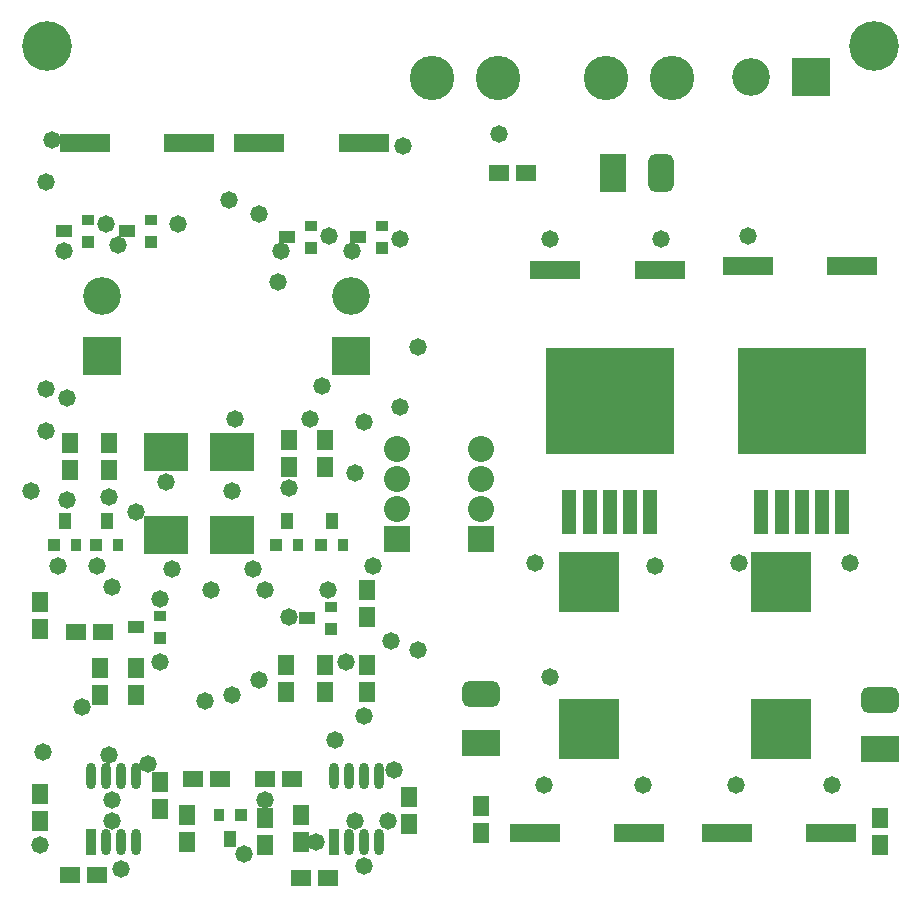
<source format=gts>
G04 Layer_Color=8388736*
%FSLAX25Y25*%
%MOIN*%
G70*
G01*
G75*
%ADD51R,0.05800X0.04400*%
%ADD52R,0.04400X0.04400*%
%ADD53R,0.04400X0.03800*%
%ADD54R,0.05800X0.06800*%
%ADD55R,0.06800X0.05800*%
%ADD56O,0.03200X0.08800*%
%ADD57R,0.03200X0.08800*%
%ADD58R,0.16548X0.06312*%
%ADD59R,0.08674X0.12611*%
G04:AMPARAMS|DCode=60|XSize=126.11mil|YSize=86.74mil|CornerRadius=23.69mil|HoleSize=0mil|Usage=FLASHONLY|Rotation=90.000|XOffset=0mil|YOffset=0mil|HoleType=Round|Shape=RoundedRectangle|*
%AMROUNDEDRECTD60*
21,1,0.12611,0.03937,0,0,90.0*
21,1,0.07874,0.08674,0,0,90.0*
1,1,0.04737,0.01969,0.03937*
1,1,0.04737,0.01969,-0.03937*
1,1,0.04737,-0.01969,-0.03937*
1,1,0.04737,-0.01969,0.03937*
%
%ADD60ROUNDEDRECTD60*%
%ADD61R,0.05000X0.14800*%
%ADD62R,0.42800X0.35800*%
%ADD63R,0.20485X0.20485*%
%ADD64R,0.12611X0.08674*%
G04:AMPARAMS|DCode=65|XSize=126.11mil|YSize=86.74mil|CornerRadius=23.69mil|HoleSize=0mil|Usage=FLASHONLY|Rotation=180.000|XOffset=0mil|YOffset=0mil|HoleType=Round|Shape=RoundedRectangle|*
%AMROUNDEDRECTD65*
21,1,0.12611,0.03937,0,0,180.0*
21,1,0.07874,0.08674,0,0,180.0*
1,1,0.04737,-0.03937,0.01969*
1,1,0.04737,0.03937,0.01969*
1,1,0.04737,0.03937,-0.01969*
1,1,0.04737,-0.03937,-0.01969*
%
%ADD65ROUNDEDRECTD65*%
%ADD66R,0.14579X0.12611*%
%ADD67R,0.04400X0.05800*%
%ADD68R,0.04400X0.04400*%
%ADD69R,0.03800X0.04400*%
%ADD70C,0.16548*%
%ADD71C,0.12611*%
%ADD72R,0.12611X0.12611*%
%ADD73C,0.14800*%
%ADD74R,0.12611X0.12611*%
%ADD75R,0.08674X0.08674*%
%ADD76C,0.08674*%
%ADD77C,0.05800*%
D51*
X490028Y291576D02*
D03*
X433028Y288576D02*
D03*
X430028Y420576D02*
D03*
X483524Y418575D02*
D03*
X409028Y420576D02*
D03*
X507028Y418575D02*
D03*
D52*
X498028Y287775D02*
D03*
X441028Y284775D02*
D03*
X438028Y416776D02*
D03*
X491524Y414776D02*
D03*
X417028Y416776D02*
D03*
X515028Y414776D02*
D03*
D53*
X498028Y295275D02*
D03*
X441028Y292276D02*
D03*
X438028Y424275D02*
D03*
X491524Y422275D02*
D03*
X417028Y424275D02*
D03*
X515028Y422275D02*
D03*
D54*
X482994Y267000D02*
D03*
Y276000D02*
D03*
X432994Y266000D02*
D03*
Y275000D02*
D03*
X524000Y232000D02*
D03*
Y223000D02*
D03*
X441000Y237000D02*
D03*
Y228000D02*
D03*
X488006Y226000D02*
D03*
Y217000D02*
D03*
X476000Y225000D02*
D03*
Y216000D02*
D03*
X401000Y233000D02*
D03*
Y224000D02*
D03*
X450000Y226000D02*
D03*
Y217000D02*
D03*
X547994Y229000D02*
D03*
Y220000D02*
D03*
X680994Y225000D02*
D03*
Y216000D02*
D03*
X424006Y350000D02*
D03*
Y341000D02*
D03*
X484006Y351000D02*
D03*
Y342000D02*
D03*
X411006Y350000D02*
D03*
Y341000D02*
D03*
X496006Y351000D02*
D03*
Y342000D02*
D03*
X401006Y297000D02*
D03*
Y288000D02*
D03*
X420994Y266000D02*
D03*
Y275000D02*
D03*
X495994Y267000D02*
D03*
Y276000D02*
D03*
X510006D02*
D03*
Y267000D02*
D03*
Y301000D02*
D03*
Y292000D02*
D03*
D55*
X420000Y205994D02*
D03*
X411000D02*
D03*
X497000Y204994D02*
D03*
X488000D02*
D03*
X476000Y238006D02*
D03*
X485000D02*
D03*
X452000D02*
D03*
X461000D02*
D03*
X563000Y440006D02*
D03*
X554000D02*
D03*
X413000Y287006D02*
D03*
X422000D02*
D03*
D56*
X418000Y239000D02*
D03*
X423000D02*
D03*
X428000D02*
D03*
X433000D02*
D03*
Y217000D02*
D03*
X428000D02*
D03*
X423000D02*
D03*
X499000Y239000D02*
D03*
X504000D02*
D03*
X509000D02*
D03*
X514000D02*
D03*
Y217000D02*
D03*
X509000D02*
D03*
X504000D02*
D03*
D57*
X418000D02*
D03*
X499000D02*
D03*
D58*
X572835Y407480D02*
D03*
X607715D02*
D03*
X637000Y409000D02*
D03*
X671880D02*
D03*
X566000Y220000D02*
D03*
X600880D02*
D03*
X630000D02*
D03*
X664880D02*
D03*
X450880Y450000D02*
D03*
X416000D02*
D03*
X474120D02*
D03*
X509000D02*
D03*
D59*
X592008Y439850D02*
D03*
D60*
X608150D02*
D03*
D61*
X604400Y327000D02*
D03*
X597700D02*
D03*
X591000D02*
D03*
X584300D02*
D03*
X577600D02*
D03*
X668400D02*
D03*
X661700D02*
D03*
X655000D02*
D03*
X648300D02*
D03*
X641600D02*
D03*
D62*
X591000Y364000D02*
D03*
X655000D02*
D03*
D63*
X584000Y254394D02*
D03*
Y303606D02*
D03*
X648000Y254394D02*
D03*
Y303606D02*
D03*
D64*
X548150Y250008D02*
D03*
X681150Y248008D02*
D03*
D65*
X548150Y266150D02*
D03*
X681150Y264150D02*
D03*
D66*
X443000Y346779D02*
D03*
Y319220D02*
D03*
X465000Y346779D02*
D03*
Y319220D02*
D03*
D67*
X498575Y323972D02*
D03*
X483575D02*
D03*
X409576D02*
D03*
X423575D02*
D03*
X464425Y218028D02*
D03*
D68*
X494775Y315972D02*
D03*
X479775D02*
D03*
X405775D02*
D03*
X419775D02*
D03*
X468224Y226028D02*
D03*
D69*
X502276Y315972D02*
D03*
X487276D02*
D03*
X413275D02*
D03*
X427276D02*
D03*
X460724Y226028D02*
D03*
D70*
X403543Y482283D02*
D03*
X679134D02*
D03*
D71*
X638213Y471905D02*
D03*
X421905Y398787D02*
D03*
X504905D02*
D03*
D72*
X658213Y471905D02*
D03*
D73*
X531677Y471441D02*
D03*
X553677D02*
D03*
X589677D02*
D03*
X611677D02*
D03*
D74*
X421905Y378787D02*
D03*
X504905D02*
D03*
D75*
X520000Y318000D02*
D03*
X548000D02*
D03*
D76*
X520000Y328000D02*
D03*
Y338000D02*
D03*
Y348000D02*
D03*
X548000Y328000D02*
D03*
Y338000D02*
D03*
Y348000D02*
D03*
D77*
X464000Y431000D02*
D03*
X469000Y213000D02*
D03*
X476000Y231000D02*
D03*
X509000Y259000D02*
D03*
X499500Y251000D02*
D03*
X503000Y277000D02*
D03*
X518000Y284000D02*
D03*
X456000Y264000D02*
D03*
X465000Y266000D02*
D03*
X474000Y271000D02*
D03*
X527000Y281000D02*
D03*
X402000Y247000D02*
D03*
X398000Y334000D02*
D03*
X415000Y262000D02*
D03*
X441000Y277000D02*
D03*
X519000Y241000D02*
D03*
X517000Y224000D02*
D03*
X509000Y209000D02*
D03*
X506000Y224000D02*
D03*
X493000Y217000D02*
D03*
X401000Y216000D02*
D03*
X424000Y246000D02*
D03*
X437000Y243000D02*
D03*
X428000Y208000D02*
D03*
X425000Y231000D02*
D03*
Y224000D02*
D03*
X571000Y418000D02*
D03*
X608000D02*
D03*
X637000Y419000D02*
D03*
X554000Y453000D02*
D03*
X606000Y309000D02*
D03*
X671000Y310000D02*
D03*
X566000D02*
D03*
X634000D02*
D03*
X569000Y236000D02*
D03*
X633000D02*
D03*
X602000D02*
D03*
X665000D02*
D03*
X571000Y272000D02*
D03*
X522000Y449000D02*
D03*
X405000Y451000D02*
D03*
X423000Y423000D02*
D03*
X447000D02*
D03*
X427000Y416000D02*
D03*
X409000Y414000D02*
D03*
X481496D02*
D03*
X505000D02*
D03*
X521000Y418000D02*
D03*
X497496Y419000D02*
D03*
X491000Y358000D02*
D03*
X407000Y309000D02*
D03*
X424000Y332000D02*
D03*
X484000Y335000D02*
D03*
X445000Y308000D02*
D03*
X472000D02*
D03*
X410000Y365000D02*
D03*
X521000Y362000D02*
D03*
X495000Y369000D02*
D03*
X506000Y340000D02*
D03*
X509000Y357000D02*
D03*
X474120Y426120D02*
D03*
X466000Y358000D02*
D03*
X480500Y403500D02*
D03*
X443000Y337000D02*
D03*
X433000Y327000D02*
D03*
X410006Y331000D02*
D03*
X420000Y309000D02*
D03*
X425000Y302000D02*
D03*
X441028Y298000D02*
D03*
X465000Y334000D02*
D03*
X484000Y292000D02*
D03*
X458000Y301000D02*
D03*
X476000D02*
D03*
X497000D02*
D03*
X527000Y382000D02*
D03*
X512000Y309000D02*
D03*
X403000Y437000D02*
D03*
Y368000D02*
D03*
Y354000D02*
D03*
M02*

</source>
